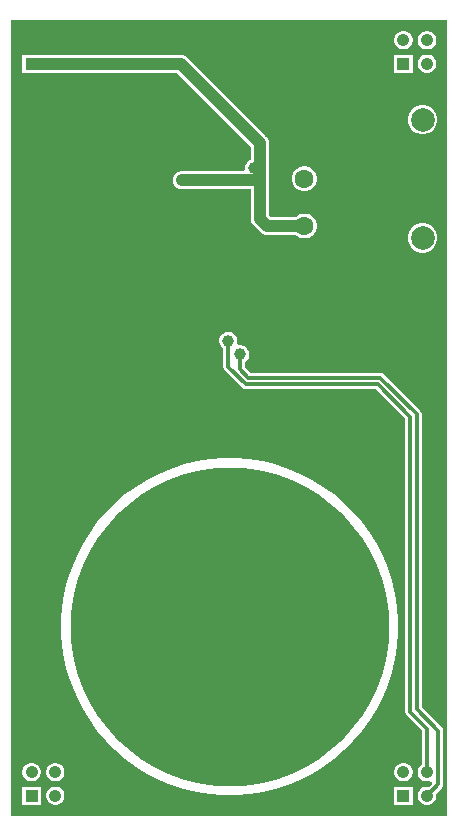
<source format=gtl>
G04*
G04 #@! TF.GenerationSoftware,Altium Limited,Altium Designer,21.3.2 (30)*
G04*
G04 Layer_Physical_Order=1*
G04 Layer_Color=255*
%FSTAX24Y24*%
%MOIN*%
G70*
G04*
G04 #@! TF.SameCoordinates,65AEA3AE-AEA4-4408-87EB-DFBB4D2FCE8C*
G04*
G04*
G04 #@! TF.FilePolarity,Positive*
G04*
G01*
G75*
%ADD17C,0.0120*%
%ADD18C,0.0394*%
%ADD19O,1.0157X0.0394*%
%ADD20C,0.0787*%
%ADD21C,0.0630*%
%ADD22C,0.0413*%
%ADD23R,0.0413X0.0413*%
%ADD24C,1.0630*%
%ADD25C,0.0394*%
G36*
X043556Y016054D02*
X029005D01*
X029005Y042587D01*
X043556D01*
X043556Y016054D01*
D02*
G37*
%LPC*%
G36*
X042913Y042227D02*
X042832D01*
X042754Y042206D01*
X042684Y042165D01*
X042627Y042108D01*
X042586Y042038D01*
X042566Y04196D01*
Y04188D01*
X042586Y041802D01*
X042627Y041732D01*
X042684Y041675D01*
X042754Y041634D01*
X042832Y041613D01*
X042913D01*
X042991Y041634D01*
X043061Y041675D01*
X043118Y041732D01*
X043158Y041802D01*
X043179Y04188D01*
Y04196D01*
X043158Y042038D01*
X043118Y042108D01*
X043061Y042165D01*
X042991Y042206D01*
X042913Y042227D01*
D02*
G37*
G36*
X042125D02*
X042044D01*
X041966Y042206D01*
X041896Y042165D01*
X041839Y042108D01*
X041799Y042038D01*
X041778Y04196D01*
Y04188D01*
X041799Y041802D01*
X041839Y041732D01*
X041896Y041675D01*
X041966Y041634D01*
X042044Y041613D01*
X042125D01*
X042203Y041634D01*
X042273Y041675D01*
X04233Y041732D01*
X042371Y041802D01*
X042392Y04188D01*
Y04196D01*
X042371Y042038D01*
X04233Y042108D01*
X042273Y042165D01*
X042203Y042206D01*
X042125Y042227D01*
D02*
G37*
G36*
X03052Y041439D02*
X03044D01*
X030412Y041432D01*
X029999D01*
Y041439D01*
X029386D01*
Y040826D01*
X029999D01*
Y040833D01*
X030412D01*
X03044Y040826D01*
X03052D01*
X030548Y040833D01*
X034543D01*
X037009Y038367D01*
Y037933D01*
X036985Y037927D01*
X036918Y037888D01*
X036862Y037832D01*
X036823Y037765D01*
X036803Y037689D01*
Y037611D01*
X036756Y037549D01*
X0347D01*
X034681Y037547D01*
X034661D01*
X034642Y037542D01*
X034623Y037539D01*
X034604Y037532D01*
X034585Y037527D01*
X034568Y037517D01*
X03455Y037509D01*
X034535Y037497D01*
X034518Y037488D01*
X034504Y037474D01*
X034488Y037462D01*
X034476Y037446D01*
X034462Y037432D01*
X034453Y037415D01*
X034441Y0374D01*
X034433Y037382D01*
X034423Y037365D01*
X034418Y037346D01*
X034411Y037327D01*
X034408Y037308D01*
X034403Y037289D01*
Y037269D01*
X034401Y03725D01*
X034403Y037231D01*
Y037211D01*
X034408Y037192D01*
X034411Y037173D01*
X034418Y037154D01*
X034423Y037135D01*
X034433Y037118D01*
X034441Y0371D01*
X034453Y037085D01*
X034462Y037068D01*
X034476Y037054D01*
X034488Y037038D01*
X034504Y037026D01*
X034518Y037012D01*
X034535Y037003D01*
X03455Y036991D01*
X034568Y036983D01*
X034585Y036973D01*
X034604Y036968D01*
X034623Y036961D01*
X034642Y036958D01*
X034661Y036953D01*
X034681D01*
X0347Y036951D01*
X037009D01*
Y035956D01*
X037019Y035878D01*
X037049Y035806D01*
X037097Y035744D01*
X037328Y035513D01*
X03739Y035466D01*
X037419Y035454D01*
X037462Y035436D01*
X037539Y035426D01*
X0385D01*
X038533Y035393D01*
X038628Y035339D01*
X038733Y03531D01*
X038842D01*
X038948Y035339D01*
X039043Y035393D01*
X03912Y03547D01*
X039174Y035565D01*
X039203Y035671D01*
Y03578D01*
X039174Y035885D01*
X03912Y03598D01*
X039043Y036057D01*
X038948Y036112D01*
X038842Y03614D01*
X038733D01*
X038628Y036112D01*
X038533Y036057D01*
X0385Y036025D01*
X037663D01*
X037608Y03608D01*
Y037246D01*
Y038491D01*
X037598Y038569D01*
X037568Y038641D01*
X03752Y038703D01*
X034879Y041344D01*
X034817Y041392D01*
X034745Y041422D01*
X034667Y041432D01*
X030548D01*
X03052Y041439D01*
D02*
G37*
G36*
X042913D02*
X042832D01*
X042754Y041418D01*
X042684Y041378D01*
X042627Y041321D01*
X042586Y041251D01*
X042566Y041173D01*
Y041092D01*
X042586Y041014D01*
X042627Y040944D01*
X042684Y040887D01*
X042754Y040847D01*
X042832Y040826D01*
X042913D01*
X042991Y040847D01*
X043061Y040887D01*
X043118Y040944D01*
X043158Y041014D01*
X043179Y041092D01*
Y041173D01*
X043158Y041251D01*
X043118Y041321D01*
X043061Y041378D01*
X042991Y041418D01*
X042913Y041439D01*
D02*
G37*
G36*
X042392D02*
X041778D01*
Y040826D01*
X042392D01*
Y041439D01*
D02*
G37*
G36*
X04279Y039762D02*
X04266D01*
X042534Y039729D01*
X042422Y039664D01*
X04233Y039572D01*
X042265Y039459D01*
X042231Y039334D01*
Y039204D01*
X042265Y039078D01*
X04233Y038965D01*
X042422Y038873D01*
X042534Y038808D01*
X04266Y038775D01*
X04279D01*
X042915Y038808D01*
X043028Y038873D01*
X04312Y038965D01*
X043185Y039078D01*
X043218Y039204D01*
Y039334D01*
X043185Y039459D01*
X04312Y039572D01*
X043028Y039664D01*
X042915Y039729D01*
X04279Y039762D01*
D02*
G37*
G36*
X038842Y037715D02*
X038733D01*
X038628Y037687D01*
X038533Y037632D01*
X038456Y037555D01*
X038401Y03746D01*
X038373Y037355D01*
Y037245D01*
X038401Y03714D01*
X038456Y037045D01*
X038533Y036968D01*
X038628Y036913D01*
X038733Y036885D01*
X038842D01*
X038948Y036913D01*
X039043Y036968D01*
X03912Y037045D01*
X039174Y03714D01*
X039203Y037245D01*
Y037355D01*
X039174Y03746D01*
X03912Y037555D01*
X039043Y037632D01*
X038948Y037687D01*
X038842Y037715D01*
D02*
G37*
G36*
X04279Y035825D02*
X04266D01*
X042534Y035792D01*
X042422Y035727D01*
X04233Y035635D01*
X042265Y035522D01*
X042231Y035396D01*
Y035266D01*
X042265Y035141D01*
X04233Y035028D01*
X042422Y034936D01*
X042534Y034871D01*
X04266Y034838D01*
X04279D01*
X042915Y034871D01*
X043028Y034936D01*
X04312Y035028D01*
X043185Y035141D01*
X043218Y035266D01*
Y035396D01*
X043185Y035522D01*
X04312Y035635D01*
X043028Y035727D01*
X042915Y035792D01*
X04279Y035825D01*
D02*
G37*
G36*
X042125Y017827D02*
X042044D01*
X041966Y017806D01*
X041896Y017765D01*
X041839Y017708D01*
X041799Y017638D01*
X041778Y01756D01*
Y01748D01*
X041799Y017402D01*
X041839Y017332D01*
X041896Y017275D01*
X041966Y017234D01*
X042044Y017213D01*
X042125D01*
X042203Y017234D01*
X042273Y017275D01*
X04233Y017332D01*
X042371Y017402D01*
X042392Y01748D01*
Y01756D01*
X042371Y017638D01*
X04233Y017708D01*
X042273Y017765D01*
X042203Y017806D01*
X042125Y017827D01*
D02*
G37*
G36*
X03052D02*
X03044D01*
X030362Y017806D01*
X030292Y017765D01*
X030235Y017708D01*
X030194Y017638D01*
X030173Y01756D01*
Y01748D01*
X030194Y017402D01*
X030235Y017332D01*
X030292Y017275D01*
X030362Y017234D01*
X03044Y017213D01*
X03052D01*
X030598Y017234D01*
X030668Y017275D01*
X030725Y017332D01*
X030766Y017402D01*
X030787Y01748D01*
Y01756D01*
X030766Y017638D01*
X030725Y017708D01*
X030668Y017765D01*
X030598Y017806D01*
X03052Y017827D01*
D02*
G37*
G36*
X029733D02*
X029652D01*
X029574Y017806D01*
X029504Y017765D01*
X029447Y017708D01*
X029407Y017638D01*
X029386Y01756D01*
Y01748D01*
X029407Y017402D01*
X029447Y017332D01*
X029504Y017275D01*
X029574Y017234D01*
X029652Y017213D01*
X029733D01*
X029811Y017234D01*
X029881Y017275D01*
X029938Y017332D01*
X029978Y017402D01*
X029999Y01748D01*
Y01756D01*
X029978Y017638D01*
X029938Y017708D01*
X029881Y017765D01*
X029811Y017806D01*
X029733Y017827D01*
D02*
G37*
G36*
X036289Y032197D02*
X036211D01*
X036135Y032177D01*
X036068Y032138D01*
X036012Y032082D01*
X035973Y032015D01*
X035953Y031939D01*
Y031861D01*
X035973Y031785D01*
X036012Y031718D01*
X036068Y031662D01*
X036087Y031651D01*
Y031029D01*
X036099Y030967D01*
X036135Y030914D01*
X036718Y030331D01*
X03677Y030296D01*
X036833Y030283D01*
X041161D01*
X04215Y029294D01*
Y019525D01*
X042163Y019463D01*
X042198Y01941D01*
X042709Y018899D01*
Y01778D01*
X042684Y017765D01*
X042627Y017708D01*
X042586Y017638D01*
X042566Y01756D01*
Y01748D01*
X042586Y017402D01*
X042627Y017332D01*
X042684Y017275D01*
X042754Y017234D01*
X042832Y017213D01*
X042913D01*
X042954Y017224D01*
X043031Y017184D01*
X043041Y017171D01*
X043046Y017137D01*
X042941Y017032D01*
X042913Y017039D01*
X042832D01*
X042754Y017018D01*
X042684Y016978D01*
X042627Y016921D01*
X042586Y016851D01*
X042566Y016773D01*
Y016692D01*
X042586Y016614D01*
X042627Y016544D01*
X042684Y016487D01*
X042754Y016447D01*
X042832Y016426D01*
X042913D01*
X042991Y016447D01*
X043061Y016487D01*
X043118Y016544D01*
X043158Y016614D01*
X043179Y016692D01*
Y016773D01*
X043171Y016801D01*
X043373Y017002D01*
X043408Y017055D01*
X04342Y017118D01*
Y018898D01*
X04342Y018898D01*
X043408Y018961D01*
X043373Y019014D01*
X042697Y01969D01*
Y029453D01*
X042684Y029515D01*
X042649Y029568D01*
X041435Y030782D01*
X041382Y030817D01*
X041319Y03083D01*
X036992D01*
X036813Y031008D01*
Y031201D01*
X036832Y031212D01*
X036888Y031268D01*
X036927Y031335D01*
X036947Y031411D01*
Y031489D01*
X036927Y031565D01*
X036888Y031632D01*
X036832Y031688D01*
X036765Y031727D01*
X036689Y031747D01*
X036611D01*
X036594Y031742D01*
X036573Y031756D01*
X036533Y031809D01*
X036547Y031861D01*
Y031939D01*
X036527Y032015D01*
X036488Y032082D01*
X036432Y032138D01*
X036365Y032177D01*
X036289Y032197D01*
D02*
G37*
G36*
X036516Y027982D02*
X036075D01*
X035635Y027947D01*
X0352Y027878D01*
X034771Y027775D01*
X034352Y027639D01*
X033944Y02747D01*
X033551Y02727D01*
X033175Y02704D01*
X032818Y02678D01*
X032483Y026494D01*
X032171Y026182D01*
X031885Y025847D01*
X031626Y02549D01*
X031395Y025114D01*
X031195Y024721D01*
X031026Y024314D01*
X03089Y023894D01*
X030787Y023466D01*
X030718Y02303D01*
X030684Y02259D01*
Y02215D01*
X030718Y02171D01*
X030787Y021274D01*
X03089Y020846D01*
X031026Y020426D01*
X031195Y020019D01*
X031395Y019626D01*
X031626Y01925D01*
X031885Y018893D01*
X032171Y018558D01*
X032483Y018246D01*
X032818Y01796D01*
X033175Y0177D01*
X033551Y01747D01*
X033944Y01727D01*
X034352Y017101D01*
X034771Y016965D01*
X0352Y016862D01*
X035635Y016793D01*
X036075Y016758D01*
X036516D01*
X036955Y016793D01*
X037391Y016862D01*
X03782Y016965D01*
X038239Y017101D01*
X038647Y01727D01*
X03904Y01747D01*
X039416Y0177D01*
X039772Y01796D01*
X040108Y018246D01*
X040419Y018558D01*
X040706Y018893D01*
X040965Y01925D01*
X041195Y019626D01*
X041396Y020019D01*
X041564Y020426D01*
X041701Y020846D01*
X041804Y021274D01*
X041873Y02171D01*
X041907Y02215D01*
Y02259D01*
X041873Y02303D01*
X041804Y023466D01*
X041701Y023894D01*
X041564Y024314D01*
X041396Y024721D01*
X041195Y025114D01*
X040965Y02549D01*
X040706Y025847D01*
X040419Y026182D01*
X040108Y026494D01*
X039772Y02678D01*
X039416Y02704D01*
X03904Y02727D01*
X038647Y02747D01*
X038239Y027639D01*
X03782Y027775D01*
X037391Y027878D01*
X036955Y027947D01*
X036516Y027982D01*
D02*
G37*
G36*
X042392Y017039D02*
X041778D01*
Y016426D01*
X042392D01*
Y017039D01*
D02*
G37*
G36*
X03052D02*
X03044D01*
X030362Y017018D01*
X030292Y016978D01*
X030235Y016921D01*
X030194Y016851D01*
X030173Y016773D01*
Y016692D01*
X030194Y016614D01*
X030235Y016544D01*
X030292Y016487D01*
X030362Y016447D01*
X03044Y016426D01*
X03052D01*
X030598Y016447D01*
X030668Y016487D01*
X030725Y016544D01*
X030766Y016614D01*
X030787Y016692D01*
Y016773D01*
X030766Y016851D01*
X030725Y016921D01*
X030668Y016978D01*
X030598Y017018D01*
X03052Y017039D01*
D02*
G37*
G36*
X029999D02*
X029386D01*
Y016426D01*
X029999D01*
Y017039D01*
D02*
G37*
%LPD*%
D17*
X042533Y019622D02*
Y029453D01*
X042313Y019525D02*
Y029361D01*
X036833Y030447D02*
X041228D01*
X036924Y030667D02*
X041319D01*
X042533Y029453D01*
X041228Y030447D02*
X042313Y029361D01*
X043257Y017118D02*
Y018898D01*
X042533Y019622D02*
X043257Y018898D01*
X042313Y019525D02*
X042872Y018967D01*
Y01752D02*
Y018967D01*
X03665Y030941D02*
X036924Y030667D01*
X03665Y030941D02*
Y03145D01*
X03625Y031029D02*
Y0319D01*
Y031029D02*
X036833Y030447D01*
X042872Y016733D02*
X043257Y017118D01*
D18*
X037309Y037246D02*
Y038491D01*
Y035956D02*
X037539Y035725D01*
X038788D01*
X037309Y035956D02*
Y037246D01*
X037305Y03725D02*
X037309Y037246D01*
X0347Y03725D02*
X037305D01*
X034667Y041133D02*
X037309Y038491D01*
X03048Y041133D02*
X034667D01*
X029693D02*
X03048D01*
D19*
X036295Y02975D02*
D03*
D20*
X042725Y035331D02*
D03*
Y039269D02*
D03*
D21*
X038788Y0373D02*
D03*
Y038875D02*
D03*
Y035725D02*
D03*
D22*
X042872Y04192D02*
D03*
X042085D02*
D03*
X042872Y041133D02*
D03*
X03048Y04192D02*
D03*
X029693D02*
D03*
X03048Y041133D02*
D03*
Y01752D02*
D03*
X029693D02*
D03*
X03048Y016733D02*
D03*
X042872Y01752D02*
D03*
X042085D02*
D03*
X042872Y016733D02*
D03*
D23*
X042085Y041133D02*
D03*
X029693D02*
D03*
Y016733D02*
D03*
X042085D02*
D03*
D24*
X036295Y02237D02*
D03*
D25*
X03625Y0319D02*
D03*
X03665Y03145D02*
D03*
X0406Y0323D02*
D03*
Y03415D02*
D03*
Y036D02*
D03*
Y03785D02*
D03*
Y0397D02*
D03*
X0319Y0323D02*
D03*
Y03415D02*
D03*
Y036D02*
D03*
Y03785D02*
D03*
Y0397D02*
D03*
X0347Y03725D02*
D03*
X0371Y03765D02*
D03*
M02*

</source>
